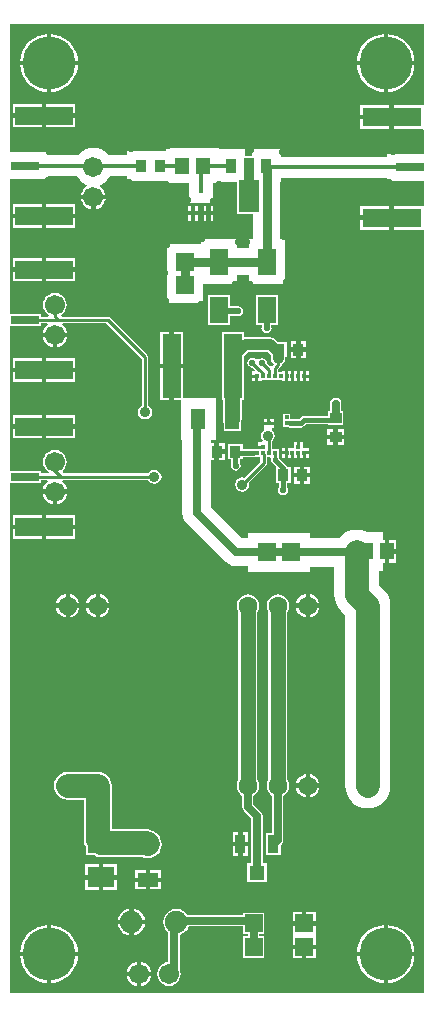
<source format=gtl>
G04 Layer_Physical_Order=1*
G04 Layer_Color=255*
%FSLAX23Y23*%
%MOIN*%
G70*
G01*
G75*
%ADD10R,0.059X0.059*%
%ADD11R,0.037X0.039*%
%ADD12R,0.039X0.037*%
%ADD13R,0.013X0.013*%
%ADD14R,0.059X0.213*%
%ADD15R,0.061X0.087*%
%ADD16R,0.035X0.051*%
%ADD17R,0.035X0.075*%
%ADD18R,0.067X0.106*%
%ADD19R,0.193X0.063*%
%ADD20R,0.093X0.028*%
%ADD21R,0.035X0.063*%
%ADD22R,0.051X0.051*%
%ADD23R,0.045X0.057*%
%ADD24R,0.018X0.035*%
%ADD25R,0.045X0.071*%
%ADD26R,0.071X0.045*%
%ADD27R,0.089X0.071*%
%ADD28R,0.059X0.059*%
%ADD29C,0.025*%
%ADD30C,0.010*%
%ADD31C,0.050*%
%ADD32C,0.030*%
%ADD33C,0.020*%
%ADD34C,0.012*%
%ADD35C,0.015*%
%ADD36C,0.035*%
%ADD37C,0.080*%
%ADD38C,0.067*%
%ADD39C,0.075*%
%ADD40C,0.063*%
%ADD41C,0.177*%
%ADD42C,0.021*%
%ADD43C,0.035*%
G36*
X1391Y2970D02*
X1386Y2969D01*
X1386Y2969D01*
X1289D01*
Y2929D01*
Y2890D01*
X1386D01*
X1386Y2890D01*
X1391Y2888D01*
Y2806D01*
X1268D01*
Y2798D01*
X912D01*
Y2824D01*
X816D01*
Y2800D01*
X794D01*
Y2824D01*
X705D01*
Y2827D01*
X529D01*
Y2818D01*
X399D01*
Y2804D01*
X337D01*
X333Y2809D01*
X323Y2817D01*
X312Y2823D01*
X300Y2827D01*
X288Y2828D01*
X276Y2827D01*
X264Y2823D01*
X253Y2817D01*
X243Y2809D01*
X239Y2804D01*
X137D01*
Y2812D01*
X11D01*
Y3239D01*
X1391D01*
Y2970D01*
D02*
G37*
G36*
X399Y2718D02*
X529D01*
Y2710D01*
X607D01*
Y2645D01*
X685D01*
Y2710D01*
X705D01*
Y2713D01*
X766D01*
Y2607D01*
X821D01*
Y2522D01*
X805D01*
Y2494D01*
X767D01*
Y2522D01*
X645D01*
Y2508D01*
X534D01*
Y2389D01*
Y2310D01*
X654D01*
Y2375D01*
X767D01*
Y2403D01*
X805D01*
Y2375D01*
X927D01*
Y2522D01*
X911D01*
Y2713D01*
X912D01*
Y2726D01*
X1268D01*
Y2718D01*
X1391D01*
Y2636D01*
X1386Y2634D01*
X1386Y2634D01*
X1289D01*
Y2595D01*
Y2555D01*
X1386D01*
X1386Y2555D01*
X1391Y2554D01*
Y11D01*
X11D01*
Y1711D01*
X113D01*
Y1720D01*
X134D01*
X136Y1715D01*
X130Y1711D01*
X123Y1702D01*
X119Y1692D01*
X119Y1689D01*
X160D01*
X200D01*
X200Y1692D01*
X196Y1702D01*
X189Y1711D01*
X184Y1715D01*
X185Y1720D01*
X470D01*
X474Y1714D01*
X482Y1709D01*
X491Y1707D01*
X500Y1709D01*
X508Y1714D01*
X513Y1722D01*
X515Y1731D01*
X513Y1740D01*
X508Y1748D01*
X500Y1753D01*
X491Y1755D01*
X482Y1753D01*
X474Y1748D01*
X470Y1742D01*
X188D01*
X185Y1745D01*
X186Y1751D01*
X188Y1753D01*
X194Y1761D01*
X198Y1771D01*
X199Y1781D01*
X198Y1791D01*
X194Y1801D01*
X188Y1809D01*
X180Y1815D01*
X170Y1819D01*
X160Y1821D01*
X149Y1819D01*
X140Y1815D01*
X131Y1809D01*
X125Y1801D01*
X121Y1791D01*
X120Y1781D01*
X121Y1771D01*
X125Y1761D01*
X131Y1753D01*
X139Y1747D01*
X138Y1744D01*
X138Y1742D01*
X113D01*
Y1751D01*
X11D01*
Y2234D01*
X113D01*
Y2243D01*
X134D01*
X136Y2238D01*
X130Y2233D01*
X123Y2225D01*
X119Y2215D01*
X119Y2211D01*
X160D01*
X200D01*
X200Y2215D01*
X196Y2225D01*
X189Y2233D01*
X183Y2238D01*
X185Y2243D01*
X330D01*
X449Y2124D01*
Y1968D01*
X443Y1964D01*
X438Y1956D01*
X436Y1947D01*
X438Y1938D01*
X443Y1930D01*
X451Y1925D01*
X460Y1923D01*
X469Y1925D01*
X477Y1930D01*
X482Y1938D01*
X484Y1947D01*
X482Y1956D01*
X477Y1964D01*
X471Y1968D01*
Y2129D01*
X471Y2129D01*
X470Y2133D01*
X468Y2137D01*
X343Y2262D01*
X339Y2264D01*
X335Y2265D01*
X335Y2265D01*
X182D01*
X181Y2270D01*
X188Y2276D01*
X194Y2284D01*
X198Y2293D01*
X199Y2304D01*
X198Y2314D01*
X194Y2324D01*
X188Y2332D01*
X180Y2338D01*
X170Y2342D01*
X160Y2344D01*
X149Y2342D01*
X140Y2338D01*
X131Y2332D01*
X125Y2324D01*
X121Y2314D01*
X120Y2304D01*
X121Y2293D01*
X125Y2284D01*
X131Y2276D01*
X139Y2270D01*
X137Y2265D01*
X113D01*
Y2274D01*
X11D01*
Y2724D01*
X137D01*
Y2732D01*
X233D01*
X235Y2729D01*
X243Y2719D01*
X253Y2711D01*
X264Y2705D01*
X265Y2705D01*
X266Y2699D01*
X258Y2694D01*
X252Y2685D01*
X248Y2675D01*
X247Y2671D01*
X288D01*
X329D01*
X328Y2675D01*
X324Y2685D01*
X318Y2694D01*
X310Y2699D01*
X311Y2705D01*
X312Y2705D01*
X323Y2711D01*
X333Y2719D01*
X341Y2729D01*
X343Y2732D01*
X399D01*
Y2718D01*
D02*
G37*
%LPC*%
G36*
X1270Y3206D02*
Y3118D01*
X1358D01*
X1357Y3129D01*
X1352Y3147D01*
X1343Y3164D01*
X1331Y3179D01*
X1316Y3191D01*
X1299Y3200D01*
X1281Y3205D01*
X1270Y3206D01*
D02*
G37*
G36*
X1255D02*
X1243Y3205D01*
X1225Y3200D01*
X1208Y3191D01*
X1193Y3179D01*
X1181Y3164D01*
X1172Y3147D01*
X1167Y3129D01*
X1166Y3118D01*
X1255D01*
Y3206D01*
D02*
G37*
G36*
X147D02*
Y3118D01*
X236D01*
X235Y3129D01*
X230Y3147D01*
X221Y3164D01*
X209Y3179D01*
X194Y3191D01*
X177Y3200D01*
X159Y3205D01*
X147Y3206D01*
D02*
G37*
G36*
X132D02*
X121Y3205D01*
X103Y3200D01*
X86Y3191D01*
X71Y3179D01*
X59Y3164D01*
X50Y3147D01*
X45Y3129D01*
X44Y3118D01*
X132D01*
Y3206D01*
D02*
G37*
G36*
X1358Y3102D02*
X1270D01*
Y3014D01*
X1281Y3015D01*
X1299Y3020D01*
X1316Y3029D01*
X1331Y3041D01*
X1343Y3056D01*
X1352Y3073D01*
X1357Y3091D01*
X1358Y3102D01*
D02*
G37*
G36*
X1255D02*
X1166D01*
X1167Y3091D01*
X1172Y3073D01*
X1181Y3056D01*
X1193Y3041D01*
X1208Y3029D01*
X1225Y3020D01*
X1243Y3015D01*
X1255Y3014D01*
Y3102D01*
D02*
G37*
G36*
X236D02*
X147D01*
Y3014D01*
X159Y3015D01*
X177Y3020D01*
X194Y3029D01*
X209Y3041D01*
X221Y3056D01*
X230Y3073D01*
X235Y3091D01*
X236Y3102D01*
D02*
G37*
G36*
X132D02*
X44D01*
X45Y3091D01*
X50Y3073D01*
X59Y3056D01*
X71Y3041D01*
X86Y3029D01*
X103Y3020D01*
X121Y3015D01*
X132Y3014D01*
Y3102D01*
D02*
G37*
G36*
X227Y2975D02*
X131D01*
Y2943D01*
X227D01*
Y2975D01*
D02*
G37*
G36*
X116D02*
X19D01*
Y2943D01*
X116D01*
Y2975D01*
D02*
G37*
G36*
X1274Y2969D02*
X1178D01*
Y2937D01*
X1274D01*
Y2969D01*
D02*
G37*
G36*
X227Y2928D02*
X131D01*
Y2896D01*
X227D01*
Y2928D01*
D02*
G37*
G36*
X116D02*
X19D01*
Y2896D01*
X116D01*
Y2928D01*
D02*
G37*
G36*
X1274Y2922D02*
X1178D01*
Y2890D01*
X1274D01*
Y2922D01*
D02*
G37*
G36*
X329Y2657D02*
X296D01*
Y2623D01*
X299Y2624D01*
X309Y2628D01*
X318Y2634D01*
X324Y2643D01*
X328Y2653D01*
X329Y2657D01*
D02*
G37*
G36*
X280D02*
X247D01*
X248Y2653D01*
X252Y2643D01*
X258Y2634D01*
X267Y2628D01*
X277Y2624D01*
X280Y2623D01*
Y2657D01*
D02*
G37*
G36*
X688Y2635D02*
X679D01*
Y2617D01*
X688D01*
Y2635D01*
D02*
G37*
G36*
X637D02*
X628D01*
Y2617D01*
X637D01*
Y2635D01*
D02*
G37*
G36*
X664D02*
X655D01*
Y2617D01*
X664D01*
Y2635D01*
D02*
G37*
G36*
X613D02*
X604D01*
Y2617D01*
X613D01*
Y2635D01*
D02*
G37*
G36*
X227Y2640D02*
X131D01*
Y2608D01*
X227D01*
Y2640D01*
D02*
G37*
G36*
X116D02*
X19D01*
Y2608D01*
X116D01*
Y2640D01*
D02*
G37*
G36*
X1274Y2634D02*
X1178D01*
Y2602D01*
X1274D01*
Y2634D01*
D02*
G37*
G36*
X688Y2602D02*
X679D01*
Y2584D01*
X688D01*
Y2602D01*
D02*
G37*
G36*
X664D02*
X655D01*
Y2584D01*
X664D01*
Y2602D01*
D02*
G37*
G36*
X637D02*
X628D01*
Y2584D01*
X637D01*
Y2602D01*
D02*
G37*
G36*
X613D02*
X604D01*
Y2584D01*
X613D01*
Y2602D01*
D02*
G37*
G36*
X227Y2593D02*
X131D01*
Y2561D01*
X227D01*
Y2593D01*
D02*
G37*
G36*
X116D02*
X19D01*
Y2561D01*
X116D01*
Y2593D01*
D02*
G37*
G36*
X1274Y2587D02*
X1178D01*
Y2555D01*
X1274D01*
Y2587D01*
D02*
G37*
G36*
X227Y2461D02*
X131D01*
Y2429D01*
X227D01*
Y2461D01*
D02*
G37*
G36*
X116D02*
X19D01*
Y2429D01*
X116D01*
Y2461D01*
D02*
G37*
G36*
X227Y2414D02*
X131D01*
Y2382D01*
X227D01*
Y2414D01*
D02*
G37*
G36*
X116D02*
X19D01*
Y2382D01*
X116D01*
Y2414D01*
D02*
G37*
G36*
X743Y2336D02*
X669D01*
Y2237D01*
X743D01*
Y2267D01*
X767D01*
X770Y2266D01*
X776Y2267D01*
X782Y2271D01*
X786Y2276D01*
X787Y2283D01*
X786Y2289D01*
X782Y2295D01*
X776Y2298D01*
X770Y2300D01*
X767Y2299D01*
X743D01*
Y2336D01*
D02*
G37*
G36*
X903Y2336D02*
X829D01*
Y2237D01*
X849D01*
Y2229D01*
X848Y2226D01*
X849Y2220D01*
X853Y2214D01*
X859Y2210D01*
X865Y2209D01*
X871Y2210D01*
X877Y2214D01*
X881Y2220D01*
X882Y2226D01*
X881Y2228D01*
Y2237D01*
X903D01*
Y2336D01*
D02*
G37*
G36*
X200Y2196D02*
X167D01*
Y2163D01*
X170Y2163D01*
X181Y2168D01*
X189Y2174D01*
X196Y2183D01*
X200Y2193D01*
X200Y2196D01*
D02*
G37*
G36*
X152D02*
X119D01*
X119Y2193D01*
X123Y2183D01*
X130Y2174D01*
X139Y2168D01*
X149Y2163D01*
X152Y2163D01*
Y2196D01*
D02*
G37*
G36*
X998Y2183D02*
X979D01*
Y2163D01*
X998D01*
Y2183D01*
D02*
G37*
G36*
X964D02*
X945D01*
Y2163D01*
X964D01*
Y2183D01*
D02*
G37*
G36*
X998Y2148D02*
X979D01*
Y2127D01*
X998D01*
Y2148D01*
D02*
G37*
G36*
X964D02*
X945D01*
Y2127D01*
X964D01*
Y2148D01*
D02*
G37*
G36*
X586Y2214D02*
X556D01*
Y2107D01*
X586D01*
Y2214D01*
D02*
G37*
G36*
X541D02*
X511D01*
Y2107D01*
X541D01*
Y2214D01*
D02*
G37*
G36*
X789Y2212D02*
X718D01*
Y1988D01*
X720D01*
Y1923D01*
X721Y1915D01*
X722Y1911D01*
Y1882D01*
X780D01*
Y1911D01*
X781Y1915D01*
X782Y1923D01*
Y1988D01*
X789D01*
Y2134D01*
X803Y2148D01*
X867D01*
X880Y2136D01*
Y2127D01*
X881Y2118D01*
X887Y2111D01*
X888Y2110D01*
X889Y2105D01*
X884Y2100D01*
X883Y2099D01*
X878Y2098D01*
X877Y2098D01*
X866Y2109D01*
X866Y2110D01*
X865Y2116D01*
X861Y2122D01*
X855Y2125D01*
X849Y2127D01*
X843Y2125D01*
X837Y2122D01*
X837Y2122D01*
X831D01*
X830Y2123D01*
X824Y2127D01*
X818Y2128D01*
X812Y2127D01*
X806Y2123D01*
X802Y2118D01*
X801Y2111D01*
X802Y2105D01*
X806Y2099D01*
X812Y2096D01*
X818Y2094D01*
X818Y2094D01*
X825Y2087D01*
X823Y2083D01*
X817D01*
Y2071D01*
X833D01*
Y2066D01*
X838D01*
Y2050D01*
X850D01*
Y2054D01*
X915D01*
Y2050D01*
X927D01*
Y2066D01*
Y2083D01*
X915D01*
Y2079D01*
X904D01*
Y2088D01*
X911Y2096D01*
X911Y2096D01*
X914Y2099D01*
X915Y2104D01*
Y2107D01*
X920Y2111D01*
X926Y2118D01*
X927Y2127D01*
Y2129D01*
X933D01*
Y2181D01*
X902D01*
X894Y2189D01*
X886Y2194D01*
X877Y2196D01*
X877Y2196D01*
X793D01*
X793Y2196D01*
X789Y2199D01*
Y2212D01*
D02*
G37*
G36*
X227Y2126D02*
X131D01*
Y2094D01*
X227D01*
Y2126D01*
D02*
G37*
G36*
X116D02*
X19D01*
Y2094D01*
X116D01*
Y2126D01*
D02*
G37*
G36*
X1007Y2083D02*
X996D01*
Y2071D01*
X1007D01*
Y2083D01*
D02*
G37*
G36*
Y2061D02*
X996D01*
Y2050D01*
X1007D01*
Y2061D01*
D02*
G37*
G36*
X986Y2083D02*
X976D01*
Y2066D01*
Y2050D01*
X986D01*
Y2066D01*
Y2083D01*
D02*
G37*
G36*
X966D02*
X956D01*
Y2066D01*
Y2050D01*
X966D01*
Y2066D01*
Y2083D01*
D02*
G37*
G36*
X946D02*
X937D01*
Y2066D01*
Y2050D01*
X946D01*
Y2066D01*
Y2083D01*
D02*
G37*
G36*
X828Y2061D02*
X817D01*
Y2050D01*
X828D01*
Y2061D01*
D02*
G37*
G36*
X227Y2079D02*
X131D01*
Y2047D01*
X227D01*
Y2079D01*
D02*
G37*
G36*
X116D02*
X19D01*
Y2047D01*
X116D01*
Y2079D01*
D02*
G37*
G36*
X541Y2092D02*
X511D01*
Y1986D01*
X541D01*
Y2092D01*
D02*
G37*
G36*
X1095Y1994D02*
X1088Y1993D01*
X1082Y1989D01*
X1078Y1982D01*
X1076Y1975D01*
Y1951D01*
X1069D01*
Y1934D01*
X990D01*
X985Y1933D01*
X980Y1930D01*
X973Y1923D01*
X944D01*
Y1941D01*
X919D01*
Y1897D01*
X937D01*
X938Y1896D01*
X943Y1895D01*
X979D01*
X984Y1896D01*
X989Y1899D01*
X996Y1906D01*
X1069D01*
Y1902D01*
X1121D01*
Y1951D01*
X1114D01*
Y1975D01*
X1113Y1982D01*
X1109Y1989D01*
X1102Y1993D01*
X1095Y1994D01*
D02*
G37*
G36*
X889Y1925D02*
X878D01*
Y1914D01*
X889D01*
Y1925D01*
D02*
G37*
G36*
X868D02*
X856D01*
Y1914D01*
X868D01*
Y1925D01*
D02*
G37*
G36*
X227Y1938D02*
X131D01*
Y1906D01*
X227D01*
Y1938D01*
D02*
G37*
G36*
X116D02*
X19D01*
Y1906D01*
X116D01*
Y1938D01*
D02*
G37*
G36*
X1123Y1890D02*
X1102D01*
Y1871D01*
X1123D01*
Y1890D01*
D02*
G37*
G36*
X1087D02*
X1067D01*
Y1871D01*
X1087D01*
Y1890D01*
D02*
G37*
G36*
X227Y1891D02*
X131D01*
Y1859D01*
X227D01*
Y1891D01*
D02*
G37*
G36*
X116D02*
X19D01*
Y1859D01*
X116D01*
Y1891D01*
D02*
G37*
G36*
X1123Y1856D02*
X1102D01*
Y1837D01*
X1123D01*
Y1856D01*
D02*
G37*
G36*
X1087D02*
X1067D01*
Y1837D01*
X1087D01*
Y1856D01*
D02*
G37*
G36*
X987Y1847D02*
X976D01*
Y1830D01*
X966D01*
Y1847D01*
X955D01*
Y1827D01*
X937D01*
Y1811D01*
Y1794D01*
X946D01*
Y1811D01*
X956D01*
Y1794D01*
X966D01*
Y1811D01*
X976D01*
Y1794D01*
X986D01*
Y1811D01*
X991D01*
Y1816D01*
X1007D01*
Y1827D01*
X987D01*
Y1847D01*
D02*
G37*
G36*
X889Y1904D02*
X873D01*
X856D01*
Y1894D01*
X856Y1893D01*
X856Y1888D01*
X852Y1885D01*
X847Y1877D01*
X845Y1868D01*
X847Y1859D01*
X852Y1852D01*
X851Y1847D01*
X837D01*
Y1835D01*
X853D01*
Y1825D01*
X837D01*
Y1823D01*
X823D01*
X821Y1823D01*
X786D01*
Y1840D01*
X737D01*
Y1789D01*
X748D01*
Y1776D01*
X746Y1774D01*
X745Y1768D01*
X746Y1762D01*
X750Y1756D01*
X756Y1752D01*
X762Y1751D01*
X768Y1752D01*
X774Y1756D01*
X778Y1762D01*
X779Y1768D01*
X778Y1774D01*
X775Y1778D01*
Y1789D01*
X786D01*
Y1796D01*
X821D01*
X826Y1797D01*
X828Y1798D01*
X844D01*
Y1781D01*
X791Y1728D01*
X784Y1729D01*
X775Y1727D01*
X767Y1722D01*
X762Y1714D01*
X760Y1705D01*
X762Y1696D01*
X767Y1688D01*
X775Y1683D01*
X784Y1681D01*
X793Y1683D01*
X801Y1688D01*
X806Y1696D01*
X808Y1705D01*
X807Y1712D01*
X863Y1768D01*
X863Y1768D01*
X866Y1772D01*
X867Y1776D01*
X867Y1776D01*
Y1798D01*
X877D01*
X878Y1797D01*
X880Y1793D01*
X879Y1789D01*
Y1788D01*
X880Y1783D01*
X883Y1779D01*
X897Y1765D01*
X896Y1762D01*
X896D01*
Y1710D01*
X907D01*
Y1696D01*
X904Y1692D01*
X903Y1686D01*
X904Y1680D01*
X908Y1674D01*
X914Y1670D01*
X920Y1669D01*
X926Y1670D01*
X932Y1674D01*
X936Y1680D01*
X937Y1686D01*
X936Y1692D01*
X934Y1694D01*
Y1710D01*
X945D01*
Y1762D01*
X934D01*
X933Y1766D01*
X930Y1771D01*
X907Y1794D01*
X905Y1798D01*
Y1823D01*
X884D01*
Y1850D01*
X886Y1851D01*
X891Y1859D01*
X893Y1868D01*
X891Y1877D01*
X886Y1885D01*
X882Y1888D01*
X883Y1893D01*
X889D01*
Y1904D01*
D02*
G37*
G36*
X725Y1842D02*
X706D01*
Y1822D01*
X725D01*
Y1842D01*
D02*
G37*
G36*
X927Y1827D02*
X915D01*
Y1816D01*
X927D01*
Y1827D01*
D02*
G37*
G36*
X1007Y1806D02*
X996D01*
Y1794D01*
X1007D01*
Y1806D01*
D02*
G37*
G36*
X927D02*
X915D01*
Y1794D01*
X927D01*
Y1806D01*
D02*
G37*
G36*
X725Y1807D02*
X706D01*
Y1787D01*
X725D01*
Y1807D01*
D02*
G37*
G36*
X1010Y1764D02*
X991D01*
Y1743D01*
X1010D01*
Y1764D01*
D02*
G37*
G36*
X976D02*
X957D01*
Y1743D01*
X976D01*
Y1764D01*
D02*
G37*
G36*
X1010Y1729D02*
X991D01*
Y1708D01*
X1010D01*
Y1729D01*
D02*
G37*
G36*
X976D02*
X957D01*
Y1708D01*
X976D01*
Y1729D01*
D02*
G37*
G36*
X152Y1673D02*
X119D01*
X119Y1670D01*
X123Y1660D01*
X130Y1651D01*
X139Y1645D01*
X149Y1641D01*
X152Y1640D01*
Y1673D01*
D02*
G37*
G36*
X200D02*
X167D01*
Y1640D01*
X170Y1641D01*
X181Y1645D01*
X189Y1651D01*
X196Y1660D01*
X200Y1670D01*
X200Y1673D01*
D02*
G37*
G36*
X227Y1603D02*
X131D01*
Y1571D01*
X227D01*
Y1603D01*
D02*
G37*
G36*
X116D02*
X19D01*
Y1571D01*
X116D01*
Y1603D01*
D02*
G37*
G36*
X227Y1556D02*
X131D01*
Y1524D01*
X227D01*
Y1556D01*
D02*
G37*
G36*
X116D02*
X19D01*
Y1524D01*
X116D01*
Y1556D01*
D02*
G37*
G36*
X1297Y1519D02*
X1274D01*
Y1490D01*
X1297D01*
Y1519D01*
D02*
G37*
G36*
Y1474D02*
X1274D01*
Y1445D01*
X1297D01*
Y1474D01*
D02*
G37*
G36*
X1010Y1340D02*
Y1309D01*
X1041D01*
X1041Y1311D01*
X1037Y1321D01*
X1031Y1329D01*
X1022Y1336D01*
X1013Y1339D01*
X1010Y1340D01*
D02*
G37*
G36*
X995D02*
X992Y1339D01*
X983Y1336D01*
X974Y1329D01*
X968Y1321D01*
X964Y1311D01*
X964Y1309D01*
X995D01*
Y1340D01*
D02*
G37*
G36*
X310D02*
Y1309D01*
X341D01*
X341Y1311D01*
X337Y1321D01*
X331Y1329D01*
X322Y1336D01*
X313Y1339D01*
X310Y1340D01*
D02*
G37*
G36*
X210D02*
Y1309D01*
X241D01*
X241Y1311D01*
X237Y1321D01*
X231Y1329D01*
X222Y1336D01*
X213Y1339D01*
X210Y1340D01*
D02*
G37*
G36*
X295D02*
X292Y1339D01*
X283Y1336D01*
X274Y1329D01*
X268Y1321D01*
X264Y1311D01*
X264Y1309D01*
X295D01*
Y1340D01*
D02*
G37*
G36*
X195D02*
X192Y1339D01*
X183Y1336D01*
X174Y1329D01*
X168Y1321D01*
X164Y1311D01*
X164Y1309D01*
X195D01*
Y1340D01*
D02*
G37*
G36*
X341Y1293D02*
X310D01*
Y1262D01*
X313Y1263D01*
X322Y1266D01*
X331Y1273D01*
X337Y1281D01*
X341Y1291D01*
X341Y1293D01*
D02*
G37*
G36*
X241D02*
X210D01*
Y1262D01*
X213Y1263D01*
X222Y1266D01*
X231Y1273D01*
X237Y1281D01*
X241Y1291D01*
X241Y1293D01*
D02*
G37*
G36*
X995Y1293D02*
X964D01*
X964Y1291D01*
X968Y1281D01*
X974Y1273D01*
X983Y1266D01*
X992Y1263D01*
X995Y1262D01*
Y1293D01*
D02*
G37*
G36*
X1041D02*
X1010D01*
Y1262D01*
X1013Y1263D01*
X1022Y1266D01*
X1031Y1273D01*
X1037Y1281D01*
X1041Y1291D01*
X1041Y1293D01*
D02*
G37*
G36*
X295Y1293D02*
X264D01*
X264Y1291D01*
X268Y1281D01*
X274Y1273D01*
X283Y1266D01*
X292Y1263D01*
X295Y1262D01*
Y1293D01*
D02*
G37*
G36*
X195D02*
X164D01*
X164Y1291D01*
X168Y1281D01*
X174Y1273D01*
X183Y1266D01*
X192Y1263D01*
X195Y1262D01*
Y1293D01*
D02*
G37*
G36*
X1010Y740D02*
Y709D01*
X1041D01*
X1041Y711D01*
X1037Y721D01*
X1031Y729D01*
X1022Y735D01*
X1013Y739D01*
X1010Y740D01*
D02*
G37*
G36*
X995D02*
X992Y739D01*
X983Y735D01*
X974Y729D01*
X968Y721D01*
X964Y711D01*
X964Y709D01*
X995D01*
Y740D01*
D02*
G37*
G36*
X1041Y693D02*
X1010D01*
Y662D01*
X1013Y663D01*
X1022Y666D01*
X1031Y673D01*
X1037Y681D01*
X1041Y691D01*
X1041Y693D01*
D02*
G37*
G36*
X995D02*
X964D01*
X964Y691D01*
X968Y681D01*
X974Y673D01*
X983Y666D01*
X992Y663D01*
X995Y662D01*
Y693D01*
D02*
G37*
G36*
X586Y2092D02*
X556D01*
Y1986D01*
X579D01*
Y1853D01*
X584D01*
Y1611D01*
X586Y1598D01*
X591Y1587D01*
X598Y1577D01*
X729Y1446D01*
X739Y1439D01*
X751Y1434D01*
X763Y1432D01*
X802D01*
Y1415D01*
X1010D01*
Y1431D01*
X1091D01*
Y1337D01*
X1092Y1323D01*
X1096Y1309D01*
X1103Y1296D01*
X1113Y1284D01*
X1127Y1270D01*
Y1225D01*
Y1166D01*
Y1100D01*
Y935D01*
Y701D01*
X1129Y686D01*
X1133Y672D01*
X1140Y659D01*
X1149Y648D01*
X1161Y638D01*
X1174Y631D01*
X1188Y627D01*
X1202Y626D01*
X1217Y627D01*
X1231Y631D01*
X1244Y638D01*
X1256Y648D01*
X1265Y659D01*
X1272Y672D01*
X1276Y686D01*
X1278Y701D01*
Y935D01*
Y1100D01*
Y1166D01*
Y1225D01*
Y1301D01*
X1276Y1316D01*
X1272Y1330D01*
X1265Y1343D01*
X1256Y1354D01*
X1241Y1369D01*
Y1418D01*
X1253D01*
Y1445D01*
X1259D01*
Y1482D01*
Y1519D01*
X1253D01*
Y1546D01*
X1201D01*
X1195Y1549D01*
X1181Y1553D01*
X1166Y1554D01*
X1151Y1553D01*
X1137Y1549D01*
X1124Y1542D01*
X1113Y1532D01*
X1108Y1527D01*
X1010D01*
Y1545D01*
X802D01*
Y1528D01*
X783D01*
X680Y1631D01*
Y1787D01*
X691D01*
Y1814D01*
Y1842D01*
X680D01*
Y1853D01*
X695D01*
Y1993D01*
X586D01*
Y2092D01*
D02*
G37*
G36*
X804Y546D02*
X785D01*
Y514D01*
X804D01*
Y546D01*
D02*
G37*
G36*
X770D02*
X752D01*
Y514D01*
X770D01*
Y546D01*
D02*
G37*
G36*
X902Y1339D02*
X893Y1338D01*
X884Y1334D01*
X876Y1328D01*
X870Y1320D01*
X866Y1311D01*
X865Y1301D01*
X866Y1291D01*
X870Y1282D01*
X871Y1280D01*
Y722D01*
X870Y720D01*
X866Y711D01*
X865Y701D01*
X866Y691D01*
X870Y682D01*
X876Y674D01*
X884Y668D01*
X884Y668D01*
Y544D01*
X864D01*
Y469D01*
X912D01*
Y504D01*
X916Y508D01*
X920Y514D01*
X921Y521D01*
Y668D01*
X921Y668D01*
X929Y674D01*
X935Y682D01*
X939Y691D01*
X940Y701D01*
X939Y711D01*
X935Y720D01*
X934Y722D01*
Y1280D01*
X935Y1282D01*
X939Y1291D01*
X940Y1301D01*
X939Y1311D01*
X935Y1320D01*
X929Y1328D01*
X921Y1334D01*
X912Y1338D01*
X902Y1339D01*
D02*
G37*
G36*
X804Y499D02*
X785D01*
Y467D01*
X804D01*
Y499D01*
D02*
G37*
G36*
X770D02*
X752D01*
Y467D01*
X770D01*
Y499D01*
D02*
G37*
G36*
X302Y747D02*
X202D01*
X190Y746D01*
X179Y741D01*
X170Y734D01*
X162Y724D01*
X158Y713D01*
X156Y701D01*
X158Y689D01*
X162Y678D01*
X170Y668D01*
X179Y661D01*
X190Y656D01*
X202Y655D01*
X256D01*
Y520D01*
X256Y520D01*
X258Y508D01*
X262Y497D01*
Y469D01*
X292D01*
X300Y465D01*
X312Y464D01*
X451D01*
X457Y461D01*
X469Y460D01*
X481Y461D01*
X492Y466D01*
X502Y473D01*
X505Y477D01*
X511D01*
Y486D01*
X514Y494D01*
X516Y506D01*
X514Y518D01*
X511Y526D01*
Y535D01*
X505D01*
X502Y539D01*
X498Y543D01*
X488Y550D01*
X477Y555D01*
X471Y556D01*
X465Y556D01*
X465Y556D01*
X349D01*
Y701D01*
X347Y713D01*
X343Y724D01*
X335Y734D01*
X326Y741D01*
X314Y746D01*
X302Y747D01*
D02*
G37*
G36*
X365Y439D02*
X320D01*
Y403D01*
X365D01*
Y439D01*
D02*
G37*
G36*
X305D02*
X260D01*
Y403D01*
X305D01*
Y439D01*
D02*
G37*
G36*
X513Y419D02*
X477D01*
Y395D01*
X513D01*
Y419D01*
D02*
G37*
G36*
X462D02*
X426D01*
Y395D01*
X462D01*
Y419D01*
D02*
G37*
G36*
X802Y1339D02*
X793Y1338D01*
X784Y1334D01*
X776Y1328D01*
X770Y1320D01*
X766Y1311D01*
X765Y1301D01*
X766Y1291D01*
X770Y1282D01*
X771Y1280D01*
Y722D01*
X770Y720D01*
X766Y711D01*
X765Y701D01*
X766Y691D01*
X770Y682D01*
X776Y674D01*
X784Y668D01*
X784Y668D01*
Y631D01*
X785Y623D01*
X789Y617D01*
X814Y592D01*
Y443D01*
X801D01*
Y380D01*
X865D01*
Y443D01*
X852D01*
Y600D01*
X850Y607D01*
X846Y613D01*
X821Y638D01*
Y668D01*
X821Y668D01*
X829Y674D01*
X835Y682D01*
X839Y691D01*
X840Y701D01*
X839Y711D01*
X835Y720D01*
X834Y722D01*
Y1280D01*
X835Y1282D01*
X839Y1291D01*
X840Y1301D01*
X839Y1311D01*
X835Y1320D01*
X829Y1328D01*
X821Y1334D01*
X812Y1338D01*
X802Y1339D01*
D02*
G37*
G36*
X513Y380D02*
X477D01*
Y357D01*
X513D01*
Y380D01*
D02*
G37*
G36*
X462D02*
X426D01*
Y357D01*
X462D01*
Y380D01*
D02*
G37*
G36*
X365Y388D02*
X320D01*
Y352D01*
X365D01*
Y388D01*
D02*
G37*
G36*
X305D02*
X260D01*
Y352D01*
X305D01*
Y388D01*
D02*
G37*
G36*
X422Y292D02*
Y255D01*
X459D01*
X459Y259D01*
X454Y270D01*
X447Y279D01*
X437Y287D01*
X426Y291D01*
X422Y292D01*
D02*
G37*
G36*
X407D02*
X403Y291D01*
X391Y287D01*
X382Y279D01*
X375Y270D01*
X370Y259D01*
X370Y255D01*
X407D01*
Y292D01*
D02*
G37*
G36*
X1029Y280D02*
X998D01*
Y250D01*
X1029D01*
Y280D01*
D02*
G37*
G36*
X984D02*
X953D01*
Y250D01*
X984D01*
Y280D01*
D02*
G37*
G36*
X459Y240D02*
X422D01*
Y202D01*
X426Y203D01*
X437Y207D01*
X447Y215D01*
X454Y224D01*
X459Y235D01*
X459Y240D01*
D02*
G37*
G36*
X407D02*
X370D01*
X370Y235D01*
X375Y224D01*
X382Y215D01*
X391Y207D01*
X403Y203D01*
X407Y202D01*
Y240D01*
D02*
G37*
G36*
X991Y242D02*
D01*
Y235D01*
X953D01*
Y206D01*
X953Y205D01*
Y201D01*
X953Y200D01*
Y171D01*
X991D01*
Y164D01*
D01*
Y171D01*
X1029D01*
Y200D01*
X1029Y201D01*
Y205D01*
X1029Y206D01*
Y235D01*
X991D01*
Y242D01*
D02*
G37*
G36*
X1270Y236D02*
Y147D01*
X1358D01*
X1357Y159D01*
X1352Y177D01*
X1343Y194D01*
X1331Y209D01*
X1316Y221D01*
X1299Y230D01*
X1281Y235D01*
X1270Y236D01*
D02*
G37*
G36*
X1255D02*
X1243Y235D01*
X1225Y230D01*
X1208Y221D01*
X1193Y209D01*
X1181Y194D01*
X1172Y177D01*
X1167Y159D01*
X1166Y147D01*
X1255D01*
Y236D01*
D02*
G37*
G36*
X147D02*
Y147D01*
X236D01*
X235Y159D01*
X230Y177D01*
X221Y194D01*
X209Y209D01*
X194Y221D01*
X177Y230D01*
X159Y235D01*
X147Y236D01*
D02*
G37*
G36*
X132D02*
X121Y235D01*
X103Y230D01*
X86Y221D01*
X71Y209D01*
X59Y194D01*
X50Y177D01*
X45Y159D01*
X44Y147D01*
X132D01*
Y236D01*
D02*
G37*
G36*
X564Y291D02*
X553Y289D01*
X542Y285D01*
X533Y278D01*
X526Y269D01*
X522Y258D01*
X521Y247D01*
X522Y236D01*
X526Y225D01*
X533Y216D01*
X537Y213D01*
Y113D01*
X530Y112D01*
X520Y108D01*
X512Y102D01*
X506Y94D01*
X502Y84D01*
X500Y74D01*
X502Y63D01*
X506Y54D01*
X512Y46D01*
X520Y39D01*
X530Y35D01*
X540Y34D01*
X550Y35D01*
X560Y39D01*
X568Y46D01*
X574Y54D01*
X578Y63D01*
X580Y74D01*
X578Y84D01*
X575Y93D01*
Y205D01*
X576Y205D01*
X586Y209D01*
X595Y216D01*
X602Y225D01*
X605Y232D01*
X786D01*
Y207D01*
X803D01*
Y199D01*
X786D01*
Y128D01*
X858D01*
Y199D01*
X841D01*
Y207D01*
X858D01*
Y278D01*
X786D01*
Y270D01*
X602D01*
X595Y278D01*
X586Y285D01*
X576Y289D01*
X564Y291D01*
D02*
G37*
G36*
X1029Y156D02*
X998D01*
Y126D01*
X1029D01*
Y156D01*
D02*
G37*
G36*
X984D02*
X953D01*
Y126D01*
X984D01*
Y156D01*
D02*
G37*
G36*
X447Y115D02*
Y81D01*
X481D01*
X480Y85D01*
X476Y95D01*
X470Y103D01*
X461Y110D01*
X451Y114D01*
X447Y115D01*
D02*
G37*
G36*
X433D02*
X429Y114D01*
X419Y110D01*
X410Y103D01*
X404Y95D01*
X400Y85D01*
X399Y81D01*
X433D01*
Y115D01*
D02*
G37*
G36*
X1358Y132D02*
X1270D01*
Y44D01*
X1281Y45D01*
X1299Y50D01*
X1316Y59D01*
X1331Y71D01*
X1343Y86D01*
X1352Y103D01*
X1357Y121D01*
X1358Y132D01*
D02*
G37*
G36*
X1255D02*
X1166D01*
X1167Y121D01*
X1172Y103D01*
X1181Y86D01*
X1193Y71D01*
X1208Y59D01*
X1225Y50D01*
X1243Y45D01*
X1255Y44D01*
Y132D01*
D02*
G37*
G36*
X236D02*
X147D01*
Y44D01*
X159Y45D01*
X177Y50D01*
X194Y59D01*
X209Y71D01*
X221Y86D01*
X230Y103D01*
X235Y121D01*
X236Y132D01*
D02*
G37*
G36*
X132D02*
X44D01*
X45Y121D01*
X50Y103D01*
X59Y86D01*
X71Y71D01*
X86Y59D01*
X103Y50D01*
X121Y45D01*
X132Y44D01*
Y132D01*
D02*
G37*
G36*
X481Y66D02*
X447D01*
Y33D01*
X451Y33D01*
X461Y38D01*
X470Y44D01*
X476Y53D01*
X480Y63D01*
X481Y66D01*
D02*
G37*
G36*
X433D02*
X399D01*
X400Y63D01*
X404Y53D01*
X410Y44D01*
X419Y38D01*
X429Y33D01*
X433Y33D01*
Y66D01*
D02*
G37*
%LPD*%
D10*
X822Y164D02*
D03*
Y242D02*
D03*
X594Y2370D02*
D03*
Y2448D02*
D03*
X991Y242D02*
D03*
Y164D02*
D03*
D11*
X510Y2768D02*
D03*
X448D02*
D03*
X699Y1814D02*
D03*
X761D02*
D03*
X983Y1736D02*
D03*
X921D02*
D03*
X971Y2155D02*
D03*
X908D02*
D03*
D12*
X1095Y1864D02*
D03*
Y1927D02*
D03*
D13*
X833Y2066D02*
D03*
X853D02*
D03*
X873D02*
D03*
X892D02*
D03*
X912D02*
D03*
X932D02*
D03*
X951D02*
D03*
X971D02*
D03*
X991D02*
D03*
X932Y1929D02*
D03*
X873Y1909D02*
D03*
X932D02*
D03*
X853Y1830D02*
D03*
X833Y1811D02*
D03*
X991D02*
D03*
X971D02*
D03*
X951D02*
D03*
X932D02*
D03*
X892D02*
D03*
X853D02*
D03*
X873D02*
D03*
X971Y1830D02*
D03*
D14*
X753Y2100D02*
D03*
X549D02*
D03*
D15*
X866Y2287D02*
D03*
Y2448D02*
D03*
X706Y2448D02*
D03*
Y2287D02*
D03*
D16*
X864Y2768D02*
D03*
X746D02*
D03*
D17*
X805Y2757D02*
D03*
D18*
Y2666D02*
D03*
D19*
X1282Y2929D02*
D03*
Y2595D02*
D03*
X123Y2935D02*
D03*
Y2601D02*
D03*
Y2421D02*
D03*
Y2087D02*
D03*
Y1898D02*
D03*
Y1564D02*
D03*
D20*
X1344Y2762D02*
D03*
X61Y2768D02*
D03*
Y2254D02*
D03*
Y1731D02*
D03*
D21*
X888Y507D02*
D03*
X778D02*
D03*
D22*
X833Y411D02*
D03*
D23*
X1266Y1482D02*
D03*
X1196D02*
D03*
X652Y2768D02*
D03*
X582D02*
D03*
D24*
X620Y2610D02*
D03*
X672D02*
D03*
X646Y2692D02*
D03*
D25*
X751Y1923D02*
D03*
X637D02*
D03*
D26*
X469Y388D02*
D03*
Y506D02*
D03*
D27*
X312Y510D02*
D03*
Y396D02*
D03*
D28*
X867Y1480D02*
D03*
X945D02*
D03*
D29*
X539Y71D02*
Y74D01*
X556Y90D01*
Y251D01*
X822Y164D02*
Y242D01*
X813Y251D02*
X822Y242D01*
X556Y251D02*
X813D01*
X751Y2098D02*
X753Y2100D01*
X867Y1480D02*
X868Y1479D01*
X763Y1480D02*
X867D01*
X632Y1611D02*
X763Y1480D01*
X632Y1923D02*
X637D01*
X868Y1479D02*
X1166D01*
X632Y1611D02*
Y1923D01*
X902Y521D02*
Y701D01*
X888Y507D02*
X902Y521D01*
X802Y631D02*
Y701D01*
Y631D02*
X833Y600D01*
Y411D02*
Y600D01*
X1095Y1927D02*
Y1975D01*
X1095Y1927D02*
X1095Y1927D01*
D30*
X145Y2299D02*
X159Y2284D01*
Y2266D02*
Y2284D01*
Y2266D02*
X171Y2254D01*
X179Y1731D02*
X491D01*
X61D02*
X179D01*
X145Y1765D02*
X179Y1731D01*
X145Y1765D02*
Y1784D01*
X171Y2254D02*
X335D01*
X61D02*
X171D01*
X943Y1909D02*
X943Y1909D01*
X932Y1909D02*
X943D01*
X821Y1809D02*
X832D01*
X833Y1811D01*
X893Y1789D02*
Y1810D01*
X892Y1811D02*
X893Y1810D01*
X818Y2111D02*
X840Y2088D01*
X841D01*
X818Y2111D02*
Y2111D01*
X904Y2104D02*
Y2127D01*
X892Y2093D02*
X904Y2104D01*
X841Y2088D02*
X853Y2076D01*
Y2066D02*
Y2076D01*
X849Y2110D02*
X873Y2086D01*
Y2066D02*
Y2086D01*
X892Y2066D02*
Y2093D01*
X335Y2254D02*
X460Y2129D01*
Y1947D02*
Y2129D01*
X869Y1868D02*
X873Y1864D01*
Y1811D02*
Y1864D01*
X784Y1705D02*
X855Y1776D01*
Y1808D01*
X853Y1811D02*
X855Y1808D01*
D31*
X902Y701D02*
Y1301D01*
X802Y701D02*
Y1301D01*
X202Y1294D02*
Y1301D01*
X751Y1923D02*
Y2098D01*
D32*
X594Y2448D02*
X866D01*
X594Y2370D02*
Y2448D01*
X594Y2448D01*
X866D02*
Y2766D01*
D33*
X865Y2226D02*
Y2286D01*
X710Y2283D02*
X770D01*
X865Y2226D02*
X865Y2226D01*
D34*
X870Y2762D02*
X1344D01*
X511Y2768D02*
X582D01*
X652D02*
X746D01*
X864D02*
X866Y2766D01*
X870Y2762D01*
X61Y2768D02*
X448D01*
X646Y2692D02*
Y2762D01*
X652Y2768D01*
D35*
X979Y1909D02*
X990Y1920D01*
X943Y1909D02*
X979D01*
X921Y1687D02*
Y1736D01*
X920Y1686D02*
X921Y1687D01*
Y1736D02*
Y1761D01*
X893Y1788D02*
X921Y1761D01*
X893Y1788D02*
Y1789D01*
X761Y1769D02*
X762Y1768D01*
X761Y1769D02*
Y1809D01*
Y1814D01*
Y1809D02*
X821D01*
X990Y1920D02*
X1095D01*
D36*
X753Y2132D02*
X793Y2172D01*
X877D01*
X753Y2100D02*
Y2132D01*
X904Y2127D02*
Y2146D01*
X877Y2172D02*
X904Y2146D01*
D37*
X1166Y1337D02*
X1202Y1301D01*
X1166Y1337D02*
Y1479D01*
X1202Y701D02*
Y935D01*
Y1100D01*
Y1166D01*
Y1225D01*
Y1301D01*
X302Y520D02*
Y701D01*
Y520D02*
X312Y510D01*
X465D01*
X469Y506D01*
X202Y701D02*
X302D01*
D38*
X440Y74D02*
D03*
X540D02*
D03*
X288Y2764D02*
D03*
Y2664D02*
D03*
X160Y2304D02*
D03*
Y2204D02*
D03*
Y1781D02*
D03*
Y1681D02*
D03*
D39*
X564Y247D02*
D03*
X414D02*
D03*
D40*
X802Y1301D02*
D03*
X202D02*
D03*
X302D02*
D03*
X902D02*
D03*
X1002D02*
D03*
X202Y701D02*
D03*
X302D02*
D03*
X802D02*
D03*
X902D02*
D03*
X1002D02*
D03*
X1202Y1301D02*
D03*
Y701D02*
D03*
D41*
X140Y140D02*
D03*
X1262D02*
D03*
Y3110D02*
D03*
X140D02*
D03*
D42*
X1339Y3027D02*
D03*
Y2227D02*
D03*
Y1827D02*
D03*
Y1427D02*
D03*
Y1027D02*
D03*
Y627D02*
D03*
Y227D02*
D03*
X1139Y3027D02*
D03*
Y2627D02*
D03*
X1239Y2427D02*
D03*
X1139Y2227D02*
D03*
X1239Y2027D02*
D03*
X1139Y1827D02*
D03*
X1239Y1627D02*
D03*
X1139Y627D02*
D03*
X1239Y427D02*
D03*
X1139Y227D02*
D03*
X939Y3027D02*
D03*
X1039Y2427D02*
D03*
X939Y2227D02*
D03*
X1039Y2027D02*
D03*
Y1627D02*
D03*
Y1227D02*
D03*
Y827D02*
D03*
X939Y627D02*
D03*
X1039Y427D02*
D03*
X939Y227D02*
D03*
X739Y3027D02*
D03*
Y2627D02*
D03*
Y2227D02*
D03*
X839Y2027D02*
D03*
Y1627D02*
D03*
X739Y1427D02*
D03*
Y1027D02*
D03*
Y627D02*
D03*
X539Y3027D02*
D03*
Y2627D02*
D03*
Y2227D02*
D03*
X639Y2027D02*
D03*
X539Y1827D02*
D03*
Y1427D02*
D03*
X639Y1227D02*
D03*
X539Y1027D02*
D03*
X639Y827D02*
D03*
X539Y627D02*
D03*
X639Y427D02*
D03*
X339Y3027D02*
D03*
Y2627D02*
D03*
X439Y2427D02*
D03*
X339Y1827D02*
D03*
X439Y1627D02*
D03*
X339Y1427D02*
D03*
X439Y1227D02*
D03*
X339Y1027D02*
D03*
X439Y827D02*
D03*
X339Y227D02*
D03*
X239Y2427D02*
D03*
Y2027D02*
D03*
Y1627D02*
D03*
X139Y1427D02*
D03*
X239Y1227D02*
D03*
X139Y1027D02*
D03*
X239Y827D02*
D03*
X139Y627D02*
D03*
X239Y427D02*
D03*
X292Y2838D02*
D03*
X261D02*
D03*
X231Y2829D02*
D03*
X203Y2815D02*
D03*
X172D02*
D03*
X141D02*
D03*
X111Y2822D02*
D03*
X80Y2823D02*
D03*
X49D02*
D03*
X45Y2713D02*
D03*
X76D02*
D03*
X107D02*
D03*
X137Y2721D02*
D03*
X168D02*
D03*
X199D02*
D03*
X228Y2710D02*
D03*
X347Y2711D02*
D03*
X376Y2721D02*
D03*
X406Y2714D02*
D03*
X437Y2707D02*
D03*
X468Y2708D02*
D03*
X474Y2828D02*
D03*
X443Y2829D02*
D03*
X412Y2825D02*
D03*
X383Y2815D02*
D03*
X352Y2818D02*
D03*
X327Y2837D02*
D03*
X770Y2283D02*
D03*
X920Y1686D02*
D03*
X762Y1768D02*
D03*
X865Y2226D02*
D03*
X849Y2110D02*
D03*
X818Y2111D02*
D03*
X1095Y1975D02*
D03*
X892Y2833D02*
D03*
X917Y2815D02*
D03*
X947Y2809D02*
D03*
X978D02*
D03*
X1009D02*
D03*
X1040D02*
D03*
X1071D02*
D03*
X1102D02*
D03*
X1133D02*
D03*
X1164D02*
D03*
X1195D02*
D03*
X1226D02*
D03*
X1257D02*
D03*
X1288Y2815D02*
D03*
X1319Y2817D02*
D03*
X1350D02*
D03*
X1366Y2707D02*
D03*
X1335D02*
D03*
X1304D02*
D03*
X1274Y2715D02*
D03*
X1243D02*
D03*
X1212D02*
D03*
X1181D02*
D03*
X1150D02*
D03*
X1119D02*
D03*
X1088D02*
D03*
X1057D02*
D03*
X1026D02*
D03*
X995D02*
D03*
X964D02*
D03*
X933D02*
D03*
X922Y2686D02*
D03*
Y2655D02*
D03*
Y2624D02*
D03*
Y2593D02*
D03*
Y2562D02*
D03*
Y2531D02*
D03*
X936Y2503D02*
D03*
X937Y2472D02*
D03*
Y2441D02*
D03*
Y2410D02*
D03*
X929Y2380D02*
D03*
X902Y2365D02*
D03*
X871Y2364D02*
D03*
X840D02*
D03*
X810Y2373D02*
D03*
X786Y2392D02*
D03*
X761Y2373D02*
D03*
X732Y2364D02*
D03*
X701D02*
D03*
X670Y2365D02*
D03*
X648Y2308D02*
D03*
X618Y2299D02*
D03*
X587D02*
D03*
X556Y2300D02*
D03*
X530Y2318D02*
D03*
X524Y2348D02*
D03*
Y2379D02*
D03*
X525Y2410D02*
D03*
X524Y2441D02*
D03*
Y2472D02*
D03*
X532Y2502D02*
D03*
X558Y2518D02*
D03*
X589Y2519D02*
D03*
X620D02*
D03*
X651Y2524D02*
D03*
X681Y2532D02*
D03*
X712D02*
D03*
X743Y2532D02*
D03*
X769Y2515D02*
D03*
X800Y2512D02*
D03*
X810Y2541D02*
D03*
Y2572D02*
D03*
X814Y2819D02*
D03*
X841Y2834D02*
D03*
X686Y2836D02*
D03*
X716Y2833D02*
D03*
X747Y2835D02*
D03*
X778Y2832D02*
D03*
X739Y2702D02*
D03*
X708Y2707D02*
D03*
X696Y2679D02*
D03*
X686Y2649D02*
D03*
X603Y2653D02*
D03*
X596Y2683D02*
D03*
X638Y2838D02*
D03*
X559Y2699D02*
D03*
X529Y2707D02*
D03*
X498D02*
D03*
X508Y2829D02*
D03*
X538Y2832D02*
D03*
X569Y2838D02*
D03*
X600D02*
D03*
D43*
X460Y1947D02*
D03*
X869Y1868D02*
D03*
X491Y1731D02*
D03*
X784Y1705D02*
D03*
M02*

</source>
